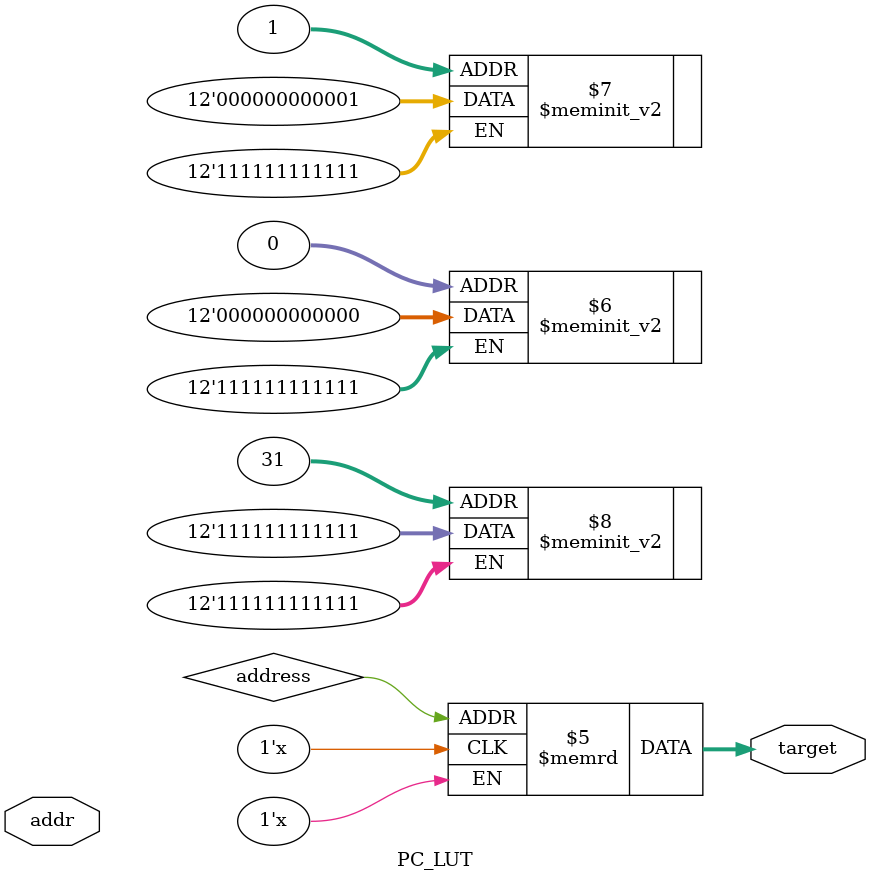
<source format=sv>
module PC_LUT #(parameter D=12)(
  input       [5:0] addr,	   
  output logic [D-1:0] target);

  logic [D-1:0] lut [0:31];

  initial begin
    lut[0] = 12'b000000000000;
    lut[1] = 12'b000000000001;
    // ...
    lut[31] = 12'b111111111111;
  end

  always_comb begin
    target = lut[address];
  end

endmodule

/*

	   pc = 4    0000_0000_0100	  4
	             1111_1111_1111	 -1

                 0000_0000_0011   3

				 (a+b)%(2**12)


   	  1111_1111_1011      -5
      0000_0001_0100     +20
	  1111_1111_1111      -1
	  0000_0000_0000     + 0


  */

</source>
